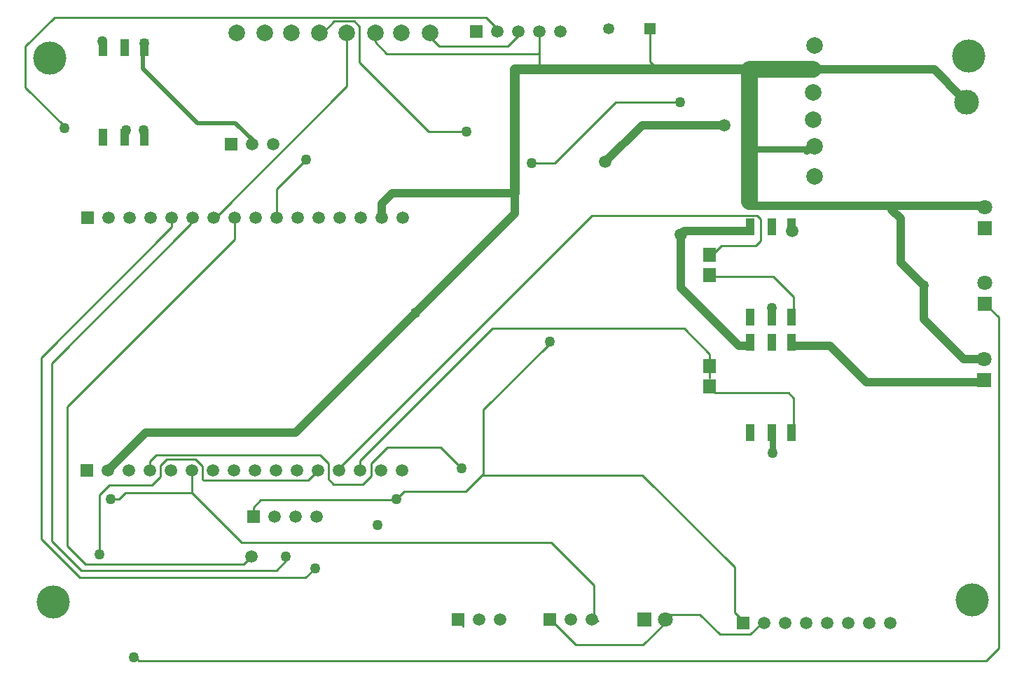
<source format=gbl>
%FSTAX23Y23*%
%MOIN*%
%SFA1B1*%

%IPPOS*%
%ADD10C,0.010000*%
%ADD12C,0.047244*%
%ADD13R,0.059055X0.070866*%
%ADD26C,0.031496*%
%ADD27C,0.019685*%
%ADD28C,0.039370*%
%ADD29C,0.059055*%
%ADD30R,0.059055X0.059055*%
%ADD31C,0.070866*%
%ADD32R,0.070866X0.070866*%
%ADD33R,0.053150X0.053150*%
%ADD34C,0.053150*%
%ADD35R,0.070866X0.070866*%
%ADD36C,0.078740*%
%ADD37C,0.050000*%
%ADD38C,0.118110*%
%ADD39C,0.157480*%
%ADD40R,0.040551X0.078740*%
%ADD41C,0.078740*%
%LNbinbot_board_ver4-1*%
%LPD*%
G54D10*
X01795Y-001D02*
X018Y-00105D01*
X0346Y-0297D02*
X03525Y-02905D01*
X03315Y-0297D02*
X0346D01*
X0322Y-02875D02*
X03315Y-0297D01*
X03065Y-02875D02*
X0322D01*
X03385Y-02865D02*
X03425Y-02905D01*
X03385Y-02865D02*
Y-0265D01*
X02947Y-02212D02*
X03385Y-0265D01*
X02182Y-02212D02*
X02947D01*
X0055Y-03095D02*
X04581D01*
X00525Y-0308D02*
X00535D01*
X0055Y-03095*
X04581D02*
X04641Y-03035D01*
X01985Y-0208D02*
X02085Y-0218D01*
X01731Y-0208D02*
X01985D01*
X01656Y-02155D02*
X01731Y-0208D01*
X0219Y-019D02*
X02505Y-01585D01*
Y-01575*
X04641Y-0146D02*
Y-03035D01*
X02505Y-02895D02*
X0263Y-0302D01*
X0295*
X0125Y-027D02*
X01343D01*
X01388Y-02655*
X02065Y-02892D02*
X02092Y-02919D01*
X02052Y-02892D02*
X02065D01*
X02092Y-02932D02*
Y-02919D01*
X0295Y-0302D02*
X03065Y-02905D01*
X0219Y-0215D02*
Y-019D01*
X01206Y-00985D02*
Y-00848D01*
X01345Y-0071*
X00135Y-02525D02*
Y-01678D01*
X00797Y-01016D02*
Y-01007D01*
X00798Y-01006D02*
X00806D01*
X00135Y-01678D02*
X00797Y-01016D01*
Y-01007D02*
X00798Y-01006D01*
X00914Y-00985D02*
X0154Y-00359D01*
X00906Y-00985D02*
X00914D01*
X0154Y-00359D02*
Y-00105D01*
X0198Y-0017D02*
X02082D01*
X0173Y-00205D02*
X01834D01*
X016Y-00245D02*
Y-00075D01*
Y-00245D02*
X0193Y-00575D01*
X0211*
X0242Y-00725D02*
X0253D01*
X0282Y-00435D02*
X03125D01*
X0253Y-00725D02*
X0282Y-00435D01*
X02305Y-0017D02*
X02355Y-0012D01*
X02065Y-0017D02*
X02305D01*
X01915Y-00105D02*
X0198Y-0017D01*
X02355Y-0012D02*
Y-001D01*
X02455Y-002D02*
Y-001D01*
Y-0028D02*
Y-00205D01*
X01815D02*
X0245D01*
X02455Y-002*
Y-00205D02*
Y-002D01*
Y-001D02*
Y-00085D01*
X01675Y-0015D02*
X0173Y-00205D01*
X0001Y-00365D02*
X00195Y-0055D01*
Y-0056D02*
Y-0055D01*
X0001Y-00365D02*
Y-0017D01*
X01675Y-0015D02*
Y-00118D01*
X01475Y-0005D02*
X01575D01*
X016Y-00075*
X01425Y-00105D02*
X0148Y-0005D01*
X01601Y-02143D02*
X02233Y-01511D01*
X02105Y-0229D02*
X0219Y-02205D01*
Y-0215*
X02715Y-02915D02*
X02716Y-02913D01*
Y-02758*
Y-0278D02*
Y-02736D01*
X02727Y-02904D02*
X02734D01*
X02706Y-02883D02*
Y-02876D01*
Y-02883D02*
X02727Y-02904D01*
X01039Y-02532D02*
X02512D01*
X02716Y-02736*
X01811Y-0229D02*
X02105D01*
X00275Y-02615D02*
X00295Y-02635D01*
X01049*
X00135Y-02525D02*
X00215Y-02605D01*
X01049Y-02635D02*
X01084Y-026D01*
X01085*
X0021Y-0255D02*
X00275Y-02615D01*
X0021Y-0255D02*
Y-01885D01*
X01006Y-01088*
Y-00985*
X02983Y-00243D02*
X03Y-0026D01*
X02983Y-00243D02*
Y-00085D01*
X03491Y-00975D02*
X0351Y-00993D01*
X01501Y-02178D02*
X02705Y-00975D01*
X03491*
X0351Y-01096D02*
Y-00993D01*
X03144Y-01511D02*
X03266Y-01634D01*
X0397Y-00942D02*
Y-00929D01*
X0001Y-0017D02*
X00148Y-00031D01*
X02201*
X04455Y-00425D02*
X04479D01*
X04489Y-00435*
X03562Y-02015D02*
X03565Y-02017D01*
X03562Y-02015D02*
X03568Y-02009D01*
X01771Y-0233D02*
X01776Y-02325D01*
X0113Y-0233D02*
X01771D01*
X01095Y-02365D02*
X0113Y-0233D01*
X01095Y-0241D02*
Y-02365D01*
X0125Y-0262D02*
Y-0261D01*
X01205Y-02665D02*
X0125Y-0262D01*
X00275Y-02665D02*
X01205D01*
X00215Y-02605D02*
X00275Y-02665D01*
X0027Y-027D02*
X0125D01*
X00085Y-02515D02*
Y-01651D01*
Y-02515D02*
X0027Y-027D01*
X00085Y-01651D02*
X00706Y-01029D01*
Y-00985*
X00802Y-02295D02*
X01039Y-02532D01*
X00486Y-02295D02*
X00802D01*
X03255Y-01165D02*
X03276D01*
X03321Y-0112*
X03255Y-01265D02*
X0357D01*
X03666Y-0143D02*
Y-01361D01*
X0357Y-01265D02*
X03666Y-01361D01*
X03321Y-0112D02*
X03486D01*
X0351Y-01096*
X02445Y-00075D02*
X02455Y-00085D01*
X02201Y-00031D02*
X02255Y-00085D01*
X02355D02*
X02366D01*
X01776Y-02325D02*
X01811Y-0229D01*
X01501Y-0219D02*
Y-02178D01*
X01601Y-0219D02*
Y-02143D01*
X02233Y-01511D02*
X03144D01*
X04577Y-00935D02*
X04596Y-00915D01*
X04576Y-00935D02*
X04577D01*
X00701Y-0098D02*
X00716Y-00965D01*
X00601Y-0219D02*
Y-02146D01*
X00608Y-0214*
X00633Y-02115*
X00802Y-02295D02*
Y-0219D01*
X00801Y-0219D02*
X00802Y-0219D01*
X00806Y-00989D02*
Y-00985D01*
X01685Y-0245D02*
Y-0244D01*
X01411Y-02115D02*
X01451Y-02155D01*
Y-0223D02*
X01476Y-02255D01*
X01451Y-0223D02*
Y-02155D01*
X00633Y-02115D02*
X01411D01*
X01476Y-02255D02*
X01616D01*
X01656Y-02215D02*
Y-02155D01*
X01616Y-02255D02*
X01656Y-02215D01*
X01701Y-0219D02*
X01707Y-02195D01*
X04576Y-01395D02*
X04641Y-0146D01*
X03266Y-01263D02*
Y-0125D01*
Y-01693D02*
Y-01634D01*
Y-01747D02*
Y-01693D01*
X03666Y-01985D02*
Y-01845D01*
X03266Y-01793D02*
Y-0178D01*
X03291Y-01818D02*
X0364D01*
X03266Y-01793D02*
X03291Y-01818D01*
X03571Y-01595D02*
Y-01575D01*
X0364Y-01818D02*
X03641Y-0182D01*
X03666Y-01845*
X00408Y-02258D02*
X00611D01*
X00361Y-0259D02*
Y-02305D01*
X00408Y-02258*
X00651Y-02165D02*
X00682Y-02135D01*
X00651Y-02217D02*
Y-02165D01*
X00611Y-02258D02*
X00651Y-02217D01*
X00682Y-02135D02*
X00818D01*
X00851Y-02167*
X00857Y-02235D02*
X01356D01*
X01401Y-0219*
X00851Y-02229D02*
Y-02167D01*
Y-02229D02*
X00857Y-02235D01*
X00456Y-02325D02*
X00486Y-02295D01*
X00416Y-02325D02*
X00456D01*
X00716Y-0219D02*
X00724Y-02197D01*
G54D12*
X0234Y-0028D02*
X02455D01*
X03455*
X0234Y-0087D02*
Y-0028D01*
G54D13*
X03266Y-01163D03*
Y-01257D03*
Y-01693D03*
Y-01787D03*
G54D26*
X03465Y-0066D02*
X03744D01*
X03565Y-02105D02*
Y-02017D01*
X0375Y-00529D02*
X03759Y-0052D01*
X03752Y-00645D02*
X03765D01*
X03727Y-00667D02*
X03729D01*
X03656Y-01575D02*
X03676Y-01595D01*
G54D27*
X0101Y-00535D02*
X01095Y-0062D01*
X0083Y-00535D02*
X0101D01*
X0057Y-00275D02*
X0083Y-00535D01*
X0057Y-00275D02*
Y-00205D01*
G54D28*
X03145Y-0105D02*
X0345D01*
X0313Y-01065D02*
X03145Y-0105D01*
X0313Y-0132D02*
Y-01065D01*
Y-0132D02*
X03404Y-01594D01*
X0346Y-016D02*
Y-01595D01*
X0346Y-01594D02*
X0346Y-01595D01*
X03404Y-01594D02*
X0346D01*
X04562Y-00929D02*
X04571Y-00939D01*
X0397Y-00929D02*
X04562D01*
X04571Y-0094D02*
Y-00939D01*
X04175Y-012D02*
Y-0099D01*
Y-012D02*
X04285Y-0131D01*
Y-01468D02*
Y-0131D01*
Y-01468D02*
X04476Y-0166D01*
X03465Y-00929D02*
X0397D01*
X0234Y-00964D02*
Y-0087D01*
X04132Y-00947D02*
X04175Y-0099D01*
X02945Y-00545D02*
X03335D01*
X0277Y-0072D02*
X02945Y-00545D01*
X04334Y-0028D02*
X04467Y-00412D01*
X03759Y-0028D02*
X04334D01*
X04467Y-00412D02*
X04489Y-00435D01*
X01755Y-0087D02*
X0233D01*
X01706Y-00918D02*
X01755Y-0087D01*
X01706Y-00985D02*
Y-00918D01*
X00401Y-0219D02*
X00581Y-0201D01*
X01295*
X0234Y-00964*
X03676Y-01595D02*
X03838D01*
X04013Y-0177*
X04476Y-0166D02*
X04586D01*
X04013Y-0177D02*
X04571D01*
G54D29*
X01806Y-00985D03*
X01706D03*
X01606D03*
X01506D03*
X01406D03*
X01306D03*
X01206D03*
X01106D03*
X01006D03*
X00906D03*
X00806D03*
X00706D03*
X00606D03*
X00506D03*
X00406D03*
X03525Y-02915D03*
X03625D03*
X03725D03*
X03825D03*
X03925D03*
X04025D03*
X04125D03*
X0109Y-00635D03*
X0119D03*
X02605Y-029D03*
X02705D03*
X0217D03*
X0227D03*
X01395Y-0241D03*
X01295D03*
X01195D03*
X02255Y-001D03*
X02355D03*
X02455D03*
X02555D03*
X01801Y-0219D03*
X01701D03*
X01601D03*
X01501D03*
X01401D03*
X01301D03*
X01201D03*
X01101D03*
X01001D03*
X00901D03*
X00801D03*
X00701D03*
X00601D03*
X00501D03*
X00401D03*
X0313Y-01065D03*
D03*
X01085Y-026D03*
X03335Y-00545D03*
X0366Y-0105D03*
X0277Y-0072D03*
G54D30*
X00306Y-00985D03*
X03425Y-02915D03*
X0099Y-00635D03*
X02505Y-029D03*
X0207D03*
X01095Y-0241D03*
X02155Y-001D03*
X00301Y-0219D03*
G54D31*
X03055Y-029D03*
X04576Y-00935D03*
Y-01295D03*
X04571Y-0166D03*
G54D32*
X02955Y-029D03*
G54D33*
X02983Y-00085D03*
G54D34*
X02786Y-00085D03*
G54D35*
X04576Y-01035D03*
Y-01395D03*
X04571Y-0176D03*
G54D36*
X018Y-00105D03*
X01015D03*
X0115D03*
X01935D03*
X0154D03*
X01675D03*
X0141D03*
X01275D03*
X03765Y-0079D03*
Y-00645D03*
X03759Y-0052D03*
Y-0039D03*
Y-0028D03*
X03764Y-00165D03*
G54D37*
X02085Y-0218D03*
X02505Y-01575D03*
X01865Y-01439D03*
X01345Y-0071D03*
X0242Y-00725D03*
X0211Y-00575D03*
X04285Y-0131D03*
X00574Y-00155D03*
X00375Y-00145D03*
X03125Y-00435D03*
X03565Y-02105D03*
X01388Y-02655D03*
X0125Y-026D03*
X00525Y-0308D03*
X00361Y-0259D03*
X00571Y-0057D03*
X0049D03*
X03563Y-01414D03*
X00195Y-0056D03*
X01776Y-02325D03*
X01685Y-0245D03*
X00416Y-02325D03*
G54D38*
X04489Y-00435D03*
G54D39*
X00125Y-00224D03*
X045Y-00214D03*
X04516Y-02805D03*
X00141Y-02815D03*
G54D40*
X00378Y-00603D03*
Y-00175D03*
X00574D03*
Y-00603D03*
X00481D03*
Y-00175D03*
X0346Y-01458D03*
X03563D03*
X03656D03*
X0346Y-0103D03*
X03563D03*
X03656D03*
Y-02008D03*
X03563D03*
X0346D03*
Y-0158D03*
X03563D03*
X03656D03*
G54D41*
X03455Y-0066D02*
Y-0028D01*
Y-0072D02*
Y-0066D01*
X03759Y-0028D02*
X03759D01*
X03455D02*
X03759D01*
X03455Y-0091D02*
Y-00715D01*
M02*
</source>
